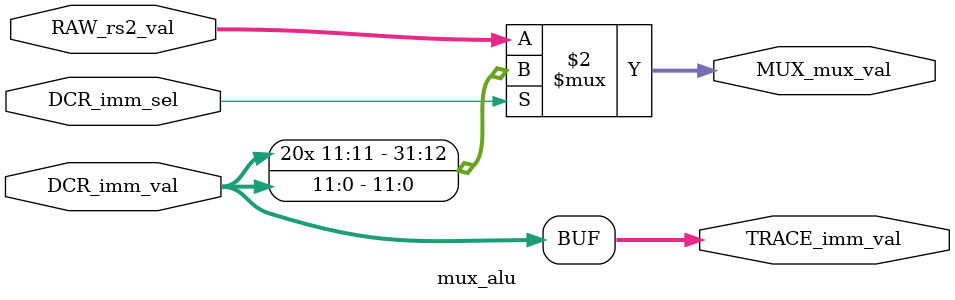
<source format=v>
`timescale 1ns / 1ps


module mux_alu(
    input           DCR_imm_sel,
    
    input [11:0]    DCR_imm_val,
    
    input [31:0]    RAW_rs2_val,
    
    output reg [31:0]   MUX_mux_val,
    
/*--------Trace Debugging--------*/
    output reg [11:0]   TRACE_imm_val   
);

    always @(*) begin
        MUX_mux_val <= (DCR_imm_sel) ? {{20{DCR_imm_val[11]}}, DCR_imm_val} : RAW_rs2_val;
        TRACE_imm_val <= DCR_imm_val;
    end
        
    //assign MUX_mux_val = (DCR_imm_sel) ? {{20{DCR_imm_val[11]}}, DCR_imm_val} : RAW_rs2_val;
    
    /*--------Trace Debugging--------*/
    //assign TRACE_imm_val = DCR_imm_val;
    
endmodule
</source>
